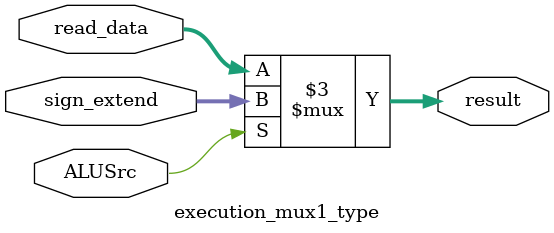
<source format=v>
`timescale 1ns / 1ps
module execution_mux1_type(read_data, sign_extend, ALUSrc, result);

	input [31:0] read_data, sign_extend;
	input ALUSrc;
	
	output reg [31:0] result;
	
	always @(*)
	begin
	
		if (ALUSrc)
			begin
				result <= sign_extend;
			end
			
			else
			begin
				result <= read_data;
			end
			
	end

endmodule

</source>
